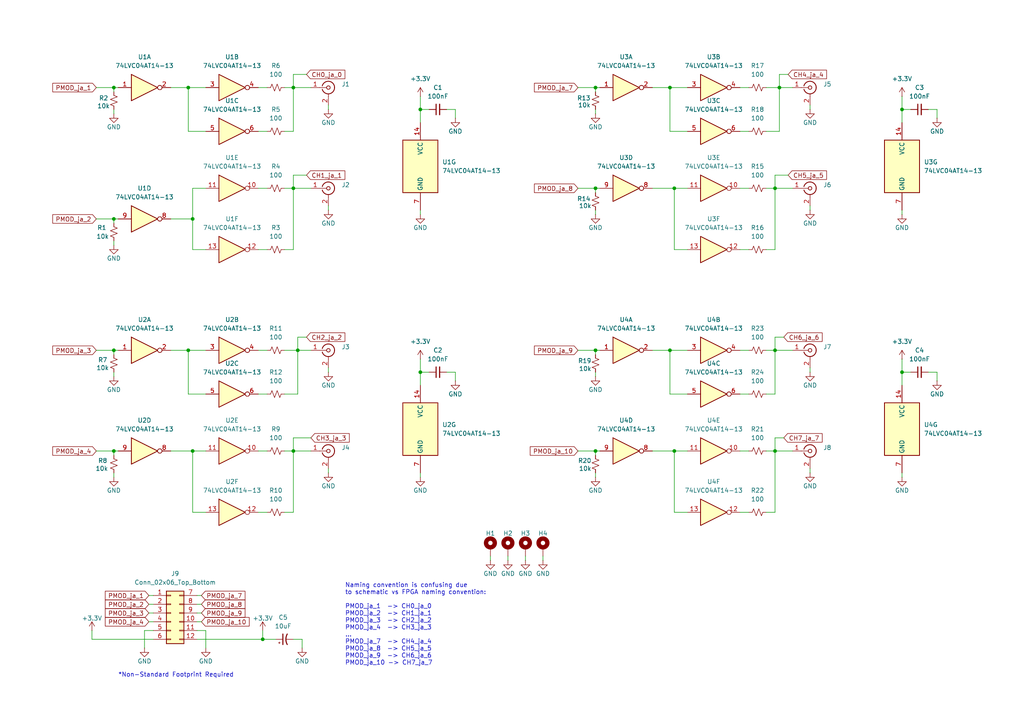
<source format=kicad_sch>
(kicad_sch (version 20231120) (generator "eeschema") (generator_version "8.0")
  (paper "A4")
  (title_block (title "PMOD Buffer") (date "2024-11-25") (rev "v1.0") (company "OpenEPR") (comment 1 "Timothy Keller"))
  (lib_symbols
    (symbol "74xx:74LS04"
      (property "Reference" "U" (at 0 1.27 0))
      (property "Value" "74LS04" (at 0 -1.27 0))
      (symbol "74LS04_1_0"
        (pin input line (at -7.62 0 0) (length 3.81) (name "~") (number "1"))
        (pin output inverted (at 7.62 0 180) (length 3.81) (name "~") (number "2"))
      )
      (symbol "74LS04_2_0"
        (pin input line (at -7.62 0 0) (length 3.81) (name "~") (number "3"))
        (pin output inverted (at 7.62 0 180) (length 3.81) (name "~") (number "4"))
      )
      (symbol "74LS04_3_0"
        (pin input line (at -7.62 0 0) (length 3.81) (name "~") (number "5"))
        (pin output inverted (at 7.62 0 180) (length 3.81) (name "~") (number "6"))
      )
      (symbol "74LS04_4_0"
        (pin output inverted (at 7.62 0 180) (length 3.81) (name "~") (number "8"))
        (pin input line (at -7.62 0 0) (length 3.81) (name "~") (number "9"))
      )
      (symbol "74LS04_5_0"
        (pin output inverted (at 7.62 0 180) (length 3.81) (name "~") (number "10"))
        (pin input line (at -7.62 0 0) (length 3.81) (name "~") (number "11"))
      )
      (symbol "74LS04_6_0"
        (pin output inverted (at 7.62 0 180) (length 3.81) (name "~") (number "12"))
        (pin input line (at -7.62 0 0) (length 3.81) (name "~") (number "13"))
      )
      (symbol "74LS04_7_0"
        (pin power_in line (at 0 12.7 270) (length 5.08) (name "VCC") (number "14"))
        (pin power_in line (at 0 -12.7 90) (length 5.08) (name "GND") (number "7"))
      )
    )
    (symbol "Connector:Conn_Coaxial" (pin_names (offset 1.016) hide)
      (property "Reference" "J" (at 0.254 3.048 0))
      (property "Value" "Conn_Coaxial" (at 2.921 0 90))
      (symbol "Conn_Coaxial_1_1"
        (pin passive line (at -5.08 0 0) (length 2.54) (name "In") (number "1"))
        (pin passive line (at 0 -5.08 90) (length 2.54) (name "Ext") (number "2"))
      )
    )
    (symbol "Connector_Generic:Conn_02x06_Top_Bottom" (pin_names (offset 1.016) hide)
      (property "Reference" "J" (at 1.27 7.62 0))
      (property "Value" "Conn_02x06_Top_Bottom" (at 1.27 -10.16 0))
      (symbol "Conn_02x06_Top_Bottom_1_1"
        (pin passive line (at -5.08 5.08 0) (length 3.81) (name "Pin_1") (number "1"))
        (pin passive line (at 7.62 -2.54 180) (length 3.81) (name "Pin_10") (number "10"))
        (pin passive line (at 7.62 -5.08 180) (length 3.81) (name "Pin_11") (number "11"))
        (pin passive line (at 7.62 -7.62 180) (length 3.81) (name "Pin_12") (number "12"))
        (pin passive line (at -5.08 2.54 0) (length 3.81) (name "Pin_2") (number "2"))
        (pin passive line (at -5.08 0 0) (length 3.81) (name "Pin_3") (number "3"))
        (pin passive line (at -5.08 -2.54 0) (length 3.81) (name "Pin_4") (number "4"))
        (pin passive line (at -5.08 -5.08 0) (length 3.81) (name "Pin_5") (number "5"))
        (pin passive line (at -5.08 -7.62 0) (length 3.81) (name "Pin_6") (number "6"))
        (pin passive line (at 7.62 5.08 180) (length 3.81) (name "Pin_7") (number "7"))
        (pin passive line (at 7.62 2.54 180) (length 3.81) (name "Pin_8") (number "8"))
        (pin passive line (at 7.62 0 180) (length 3.81) (name "Pin_9") (number "9"))
      )
    )
    (symbol "Device:C_Polarized_Small_US" (pin_numbers hide) (pin_names (offset 0.254) hide)
      (property "Reference" "C" (at 0.254 1.778 0))
      (property "Value" "C_Polarized_Small_US" (at 0.254 -2.032 0))
      (symbol "C_Polarized_Small_US_1_1"
        (pin passive line (at 0 2.54 270) (length 2.032) (name "~") (number "1"))
        (pin passive line (at 0 -2.54 90) (length 2.032) (name "~") (number "2"))
      )
    )
    (symbol "Device:C_Small" (pin_numbers hide) (pin_names (offset 0.254) hide)
      (property "Reference" "C" (at 0.254 1.778 0))
      (property "Value" "C_Small" (at 0.254 -2.032 0))
      (symbol "C_Small_1_1"
        (pin passive line (at 0 2.54 270) (length 2.032) (name "~") (number "1"))
        (pin passive line (at 0 -2.54 90) (length 2.032) (name "~") (number "2"))
      )
    )
    (symbol "Device:R_Small_US" (pin_numbers hide) (pin_names (offset 0.254) hide)
      (property "Reference" "R" (at 0.762 0.508 0))
      (property "Value" "R_Small_US" (at 0.762 -1.016 0))
      (symbol "R_Small_US_1_1"
        (pin passive line (at 0 2.54 270) (length 1.016) (name "~") (number "1"))
        (pin passive line (at 0 -2.54 90) (length 1.016) (name "~") (number "2"))
      )
    )
    (symbol "Mechanical:MountingHole_Pad" (pin_numbers hide) (pin_names (offset 1.016) hide) (exclude_from_sim yes) (in_bom no)
      (property "Reference" "H" (at 0 6.35 0))
      (property "Value" "MountingHole_Pad" (at 0 4.445 0))
      (symbol "MountingHole_Pad_1_1"
        (pin input line (at 0 -2.54 90) (length 2.54) (name "1") (number "1"))
      )
    )
    (symbol "power:+3.3V" (power) (pin_numbers hide) (pin_names (offset 0) hide)
      (property "Value" "+3.3V" (at 0 3.556 0))
      (symbol "+3.3V_1_1"
        (pin power_in line (at 0 0 90) (length 0) (name "~") (number "1"))
      )
    )
    (symbol "power:GND" (power) (pin_numbers hide) (pin_names (offset 0) hide)
      (property "Value" "GND" (at 0 -3.81 0))
      (symbol "GND_1_1"
        (pin power_in line (at 0 0 270) (length 0) (name "~") (number "1"))
      )
    )
  )
  (junction (at 194.31 101.6))
  (junction (at 261.62 31.75))
  (junction (at 54.61 101.6))
  (junction (at 33.02 25.4))
  (junction (at 85.09 54.61))
  (junction (at 54.61 25.4))
  (junction (at 172.72 25.4))
  (junction (at 195.58 54.61))
  (junction (at 195.58 130.81))
  (junction (at 172.72 130.81))
  (junction (at 121.92 107.95))
  (junction (at 85.09 25.4))
  (junction (at 33.02 130.81))
  (junction (at 226.06 25.4))
  (junction (at 172.72 101.6))
  (junction (at 194.31 25.4))
  (junction (at 76.2 185.42))
  (junction (at 224.79 130.81))
  (junction (at 121.92 31.75))
  (junction (at 85.09 130.81))
  (junction (at 172.72 54.61))
  (junction (at 55.88 130.81))
  (junction (at 33.02 63.5))
  (junction (at 224.79 54.61))
  (junction (at 224.79 101.6))
  (junction (at 33.02 101.6))
  (junction (at 55.88 63.5))
  (junction (at 86.36 101.6))
  (junction (at 261.62 107.95))
  (wire (pts (xy 132.08 107.95) (xy 132.08 110.49)))
  (wire (pts (xy 214.63 38.1) (xy 217.17 38.1)))
  (wire (pts (xy 194.31 101.6) (xy 199.39 101.6)))
  (wire (pts (xy 167.64 54.61) (xy 172.72 54.61)))
  (wire (pts (xy 85.09 25.4) (xy 85.09 38.1)))
  (wire (pts (xy 234.95 30.48) (xy 234.95 31.75)))
  (wire (pts (xy 152.4 161.29) (xy 152.4 162.56)))
  (wire (pts (xy 55.88 54.61) (xy 55.88 63.5)))
  (wire (pts (xy 172.72 60.96) (xy 172.72 62.23)))
  (wire (pts (xy 271.78 31.75) (xy 271.78 34.29)))
  (wire (pts (xy 90.17 127) (xy 85.09 127)))
  (wire (pts (xy 43.18 180.34) (xy 44.45 180.34)))
  (wire (pts (xy 74.93 101.6) (xy 77.47 101.6)))
  (wire (pts (xy 269.24 107.95) (xy 271.78 107.95)))
  (wire (pts (xy 85.09 21.59) (xy 85.09 25.4)))
  (wire (pts (xy 132.08 31.75) (xy 132.08 34.29)))
  (wire (pts (xy 121.92 60.96) (xy 121.92 62.23)))
  (wire (pts (xy 261.62 107.95) (xy 261.62 111.76)))
  (wire (pts (xy 214.63 130.81) (xy 217.17 130.81)))
  (wire (pts (xy 85.09 50.8) (xy 85.09 54.61)))
  (wire (pts (xy 121.92 137.16) (xy 121.92 138.43)))
  (wire (pts (xy 173.99 130.81) (xy 172.72 130.81)))
  (wire (pts (xy 121.92 104.14) (xy 121.92 107.95)))
  (wire (pts (xy 189.23 130.81) (xy 195.58 130.81)))
  (wire (pts (xy 85.09 54.61) (xy 90.17 54.61)))
  (wire (pts (xy 80.01 185.42) (xy 76.2 185.42)))
  (wire (pts (xy 41.91 182.88) (xy 44.45 182.88)))
  (wire (pts (xy 222.25 101.6) (xy 224.79 101.6)))
  (wire (pts (xy 224.79 54.61) (xy 224.79 72.39)))
  (wire (pts (xy 121.92 31.75) (xy 121.92 35.56)))
  (wire (pts (xy 172.72 137.16) (xy 172.72 138.43)))
  (wire (pts (xy 74.93 130.81) (xy 77.47 130.81)))
  (wire (pts (xy 121.92 107.95) (xy 124.46 107.95)))
  (wire (pts (xy 59.69 38.1) (xy 54.61 38.1)))
  (wire (pts (xy 86.36 101.6) (xy 86.36 114.3)))
  (wire (pts (xy 195.58 54.61) (xy 195.58 72.39)))
  (wire (pts (xy 172.72 25.4) (xy 173.99 25.4)))
  (wire (pts (xy 269.24 31.75) (xy 271.78 31.75)))
  (wire (pts (xy 34.29 130.81) (xy 33.02 130.81)))
  (wire (pts (xy 57.15 180.34) (xy 58.42 180.34)))
  (wire (pts (xy 227.33 97.79) (xy 224.79 97.79)))
  (wire (pts (xy 27.94 25.4) (xy 33.02 25.4)))
  (wire (pts (xy 49.53 101.6) (xy 54.61 101.6)))
  (wire (pts (xy 234.95 135.89) (xy 234.95 137.16)))
  (wire (pts (xy 224.79 127) (xy 224.79 130.81)))
  (wire (pts (xy 95.25 135.89) (xy 95.25 137.16)))
  (wire (pts (xy 74.93 54.61) (xy 77.47 54.61)))
  (wire (pts (xy 27.94 101.6) (xy 33.02 101.6)))
  (wire (pts (xy 222.25 54.61) (xy 224.79 54.61)))
  (wire (pts (xy 59.69 114.3) (xy 54.61 114.3)))
  (wire (pts (xy 147.32 161.29) (xy 147.32 162.56)))
  (wire (pts (xy 82.55 114.3) (xy 86.36 114.3)))
  (wire (pts (xy 88.9 97.79) (xy 86.36 97.79)))
  (wire (pts (xy 86.36 97.79) (xy 86.36 101.6)))
  (wire (pts (xy 82.55 25.4) (xy 85.09 25.4)))
  (wire (pts (xy 226.06 25.4) (xy 226.06 38.1)))
  (wire (pts (xy 85.09 25.4) (xy 90.17 25.4)))
  (wire (pts (xy 74.93 114.3) (xy 77.47 114.3)))
  (wire (pts (xy 43.18 177.8) (xy 44.45 177.8)))
  (wire (pts (xy 55.88 148.59) (xy 59.69 148.59)))
  (wire (pts (xy 172.72 25.4) (xy 172.72 26.67)))
  (wire (pts (xy 224.79 97.79) (xy 224.79 101.6)))
  (wire (pts (xy 224.79 101.6) (xy 229.87 101.6)))
  (wire (pts (xy 214.63 148.59) (xy 217.17 148.59)))
  (wire (pts (xy 26.67 182.88) (xy 26.67 185.42)))
  (wire (pts (xy 33.02 25.4) (xy 33.02 26.67)))
  (wire (pts (xy 129.54 31.75) (xy 132.08 31.75)))
  (wire (pts (xy 34.29 63.5) (xy 33.02 63.5)))
  (wire (pts (xy 222.25 114.3) (xy 224.79 114.3)))
  (wire (pts (xy 199.39 130.81) (xy 195.58 130.81)))
  (wire (pts (xy 227.33 127) (xy 224.79 127)))
  (wire (pts (xy 57.15 177.8) (xy 58.42 177.8)))
  (wire (pts (xy 33.02 101.6) (xy 34.29 101.6)))
  (wire (pts (xy 214.63 54.61) (xy 217.17 54.61)))
  (wire (pts (xy 57.15 172.72) (xy 58.42 172.72)))
  (wire (pts (xy 222.25 130.81) (xy 224.79 130.81)))
  (wire (pts (xy 222.25 148.59) (xy 224.79 148.59)))
  (wire (pts (xy 142.24 161.29) (xy 142.24 162.56)))
  (wire (pts (xy 129.54 107.95) (xy 132.08 107.95)))
  (wire (pts (xy 87.63 185.42) (xy 85.09 185.42)))
  (wire (pts (xy 33.02 101.6) (xy 33.02 102.87)))
  (wire (pts (xy 195.58 148.59) (xy 199.39 148.59)))
  (wire (pts (xy 172.72 107.95) (xy 172.72 109.22)))
  (wire (pts (xy 76.2 185.42) (xy 57.15 185.42)))
  (wire (pts (xy 199.39 54.61) (xy 195.58 54.61)))
  (wire (pts (xy 195.58 130.81) (xy 195.58 148.59)))
  (wire (pts (xy 271.78 107.95) (xy 271.78 110.49)))
  (wire (pts (xy 82.55 72.39) (xy 85.09 72.39)))
  (wire (pts (xy 261.62 27.94) (xy 261.62 31.75)))
  (wire (pts (xy 33.02 25.4) (xy 34.29 25.4)))
  (wire (pts (xy 55.88 130.81) (xy 59.69 130.81)))
  (wire (pts (xy 26.67 185.42) (xy 44.45 185.42)))
  (wire (pts (xy 82.55 38.1) (xy 85.09 38.1)))
  (wire (pts (xy 85.09 127) (xy 85.09 130.81)))
  (wire (pts (xy 76.2 182.88) (xy 76.2 185.42)))
  (wire (pts (xy 222.25 25.4) (xy 226.06 25.4)))
  (wire (pts (xy 261.62 107.95) (xy 264.16 107.95)))
  (wire (pts (xy 261.62 104.14) (xy 261.62 107.95)))
  (wire (pts (xy 261.62 31.75) (xy 264.16 31.75)))
  (wire (pts (xy 88.9 50.8) (xy 85.09 50.8)))
  (wire (pts (xy 33.02 107.95) (xy 33.02 109.22)))
  (wire (pts (xy 54.61 25.4) (xy 54.61 38.1)))
  (wire (pts (xy 82.55 101.6) (xy 86.36 101.6)))
  (wire (pts (xy 189.23 101.6) (xy 194.31 101.6)))
  (wire (pts (xy 214.63 114.3) (xy 217.17 114.3)))
  (wire (pts (xy 224.79 50.8) (xy 224.79 54.61)))
  (wire (pts (xy 194.31 25.4) (xy 199.39 25.4)))
  (wire (pts (xy 261.62 137.16) (xy 261.62 138.43)))
  (wire (pts (xy 189.23 54.61) (xy 195.58 54.61)))
  (wire (pts (xy 226.06 25.4) (xy 229.87 25.4)))
  (wire (pts (xy 49.53 25.4) (xy 54.61 25.4)))
  (wire (pts (xy 33.02 137.16) (xy 33.02 138.43)))
  (wire (pts (xy 74.93 25.4) (xy 77.47 25.4)))
  (wire (pts (xy 82.55 54.61) (xy 85.09 54.61)))
  (wire (pts (xy 226.06 21.59) (xy 226.06 25.4)))
  (wire (pts (xy 43.18 175.26) (xy 44.45 175.26)))
  (wire (pts (xy 199.39 114.3) (xy 194.31 114.3)))
  (wire (pts (xy 54.61 101.6) (xy 59.69 101.6)))
  (wire (pts (xy 88.9 21.59) (xy 85.09 21.59)))
  (wire (pts (xy 172.72 101.6) (xy 172.72 102.87)))
  (wire (pts (xy 167.64 101.6) (xy 172.72 101.6)))
  (wire (pts (xy 33.02 31.75) (xy 33.02 33.02)))
  (wire (pts (xy 59.69 54.61) (xy 55.88 54.61)))
  (wire (pts (xy 85.09 130.81) (xy 85.09 148.59)))
  (wire (pts (xy 172.72 31.75) (xy 172.72 33.02)))
  (wire (pts (xy 224.79 101.6) (xy 224.79 114.3)))
  (wire (pts (xy 49.53 130.81) (xy 55.88 130.81)))
  (wire (pts (xy 27.94 63.5) (xy 33.02 63.5)))
  (wire (pts (xy 121.92 27.94) (xy 121.92 31.75)))
  (wire (pts (xy 224.79 130.81) (xy 224.79 148.59)))
  (wire (pts (xy 86.36 101.6) (xy 90.17 101.6)))
  (wire (pts (xy 33.02 130.81) (xy 33.02 132.08)))
  (wire (pts (xy 82.55 130.81) (xy 85.09 130.81)))
  (wire (pts (xy 199.39 38.1) (xy 194.31 38.1)))
  (wire (pts (xy 172.72 130.81) (xy 172.72 132.08)))
  (wire (pts (xy 54.61 25.4) (xy 59.69 25.4)))
  (wire (pts (xy 57.15 175.26) (xy 58.42 175.26)))
  (wire (pts (xy 27.94 130.81) (xy 33.02 130.81)))
  (wire (pts (xy 57.15 182.88) (xy 59.69 182.88)))
  (wire (pts (xy 224.79 54.61) (xy 229.87 54.61)))
  (wire (pts (xy 234.95 59.69) (xy 234.95 60.96)))
  (wire (pts (xy 228.6 50.8) (xy 224.79 50.8)))
  (wire (pts (xy 33.02 63.5) (xy 33.02 64.77)))
  (wire (pts (xy 95.25 106.68) (xy 95.25 107.95)))
  (wire (pts (xy 172.72 55.88) (xy 172.72 54.61)))
  (wire (pts (xy 261.62 31.75) (xy 261.62 35.56)))
  (wire (pts (xy 261.62 60.96) (xy 261.62 62.23)))
  (wire (pts (xy 194.31 25.4) (xy 194.31 38.1)))
  (wire (pts (xy 55.88 130.81) (xy 55.88 148.59)))
  (wire (pts (xy 85.09 54.61) (xy 85.09 72.39)))
  (wire (pts (xy 214.63 101.6) (xy 217.17 101.6)))
  (wire (pts (xy 224.79 130.81) (xy 229.87 130.81)))
  (wire (pts (xy 54.61 101.6) (xy 54.61 114.3)))
  (wire (pts (xy 167.64 130.81) (xy 172.72 130.81)))
  (wire (pts (xy 55.88 63.5) (xy 55.88 72.39)))
  (wire (pts (xy 195.58 72.39) (xy 199.39 72.39)))
  (wire (pts (xy 173.99 54.61) (xy 172.72 54.61)))
  (wire (pts (xy 74.93 38.1) (xy 77.47 38.1)))
  (wire (pts (xy 59.69 182.88) (xy 59.69 187.96)))
  (wire (pts (xy 167.64 25.4) (xy 172.72 25.4)))
  (wire (pts (xy 74.93 72.39) (xy 77.47 72.39)))
  (wire (pts (xy 189.23 25.4) (xy 194.31 25.4)))
  (wire (pts (xy 157.48 161.29) (xy 157.48 162.56)))
  (wire (pts (xy 55.88 72.39) (xy 59.69 72.39)))
  (wire (pts (xy 95.25 30.48) (xy 95.25 31.75)))
  (wire (pts (xy 95.25 59.69) (xy 95.25 60.96)))
  (wire (pts (xy 214.63 72.39) (xy 217.17 72.39)))
  (wire (pts (xy 43.18 172.72) (xy 44.45 172.72)))
  (wire (pts (xy 172.72 101.6) (xy 173.99 101.6)))
  (wire (pts (xy 121.92 107.95) (xy 121.92 111.76)))
  (wire (pts (xy 121.92 31.75) (xy 124.46 31.75)))
  (wire (pts (xy 85.09 130.81) (xy 90.17 130.81)))
  (wire (pts (xy 194.31 101.6) (xy 194.31 114.3)))
  (wire (pts (xy 33.02 69.85) (xy 33.02 71.12)))
  (wire (pts (xy 214.63 25.4) (xy 217.17 25.4)))
  (wire (pts (xy 74.93 148.59) (xy 77.47 148.59)))
  (wire (pts (xy 228.6 21.59) (xy 226.06 21.59)))
  (wire (pts (xy 87.63 187.96) (xy 87.63 185.42)))
  (wire (pts (xy 49.53 63.5) (xy 55.88 63.5)))
  (wire (pts (xy 234.95 106.68) (xy 234.95 107.95)))
  (wire (pts (xy 222.25 72.39) (xy 224.79 72.39)))
  (wire (pts (xy 82.55 148.59) (xy 85.09 148.59)))
  (wire (pts (xy 41.91 187.96) (xy 41.91 182.88)))
  (wire (pts (xy 222.25 38.1) (xy 226.06 38.1)))
  (text "*Non-Standard Footprint Required" (at 51.054 195.834 0) (effects (font (size 1.27 1.27))))
  (text "Naming convention is confusing due\nto schematic vs FPGA naming convention:\n\nPMOD_ja_1  -> CH0_ja_0\nPMOD_ja_2  -> CH1_ja_1\nPMOD_ja_3  -> CH2_ja_2\nPMOD_ja_4  -> CH3_ja_3\n...\nPMOD_ja_7  -> CH4_ja_4\nPMOD_ja_8  -> CH5_ja_5\nPMOD_ja_9  -> CH6_ja_6\nPMOD_ja_10 -> CH7_ja_7" (at 100.076 181.102 0) (effects (font (size 1.27 1.27)) (justify left)))
  (global_label "CH7_ja_7" (shape input) (at 227.33 127 0) (property "Intersheetrefs" "${INTERSHEET_REFS}" (effects (hide yes))))
  (global_label "CH0_ja_0" (shape input) (at 88.9 21.59 0) (property "Intersheetrefs" "${INTERSHEET_REFS}" (effects (hide yes))))
  (global_label "CH4_ja_4" (shape input) (at 228.6 21.59 0) (property "Intersheetrefs" "${INTERSHEET_REFS}" (effects (hide yes))))
  (global_label "PMOD_ja_2" (shape input) (at 27.94 63.5 180) (property "Intersheetrefs" "${INTERSHEET_REFS}" (effects (hide yes))))
  (global_label "CH2_ja_2" (shape input) (at 88.9 97.79 0) (property "Intersheetrefs" "${INTERSHEET_REFS}" (effects (hide yes))))
  (global_label "PMOD_ja_10" (shape input) (at 58.42 180.34 0) (property "Intersheetrefs" "${INTERSHEET_REFS}" (effects (hide yes))))
  (global_label "PMOD_ja_4" (shape input) (at 27.94 130.81 180) (property "Intersheetrefs" "${INTERSHEET_REFS}" (effects (hide yes))))
  (global_label "PMOD_ja_8" (shape input) (at 167.64 54.61 180) (property "Intersheetrefs" "${INTERSHEET_REFS}" (effects (hide yes))))
  (global_label "CH5_ja_5" (shape input) (at 228.6 50.8 0) (property "Intersheetrefs" "${INTERSHEET_REFS}" (effects (hide yes))))
  (global_label "CH6_ja_6" (shape input) (at 227.33 97.79 0) (property "Intersheetrefs" "${INTERSHEET_REFS}" (effects (hide yes))))
  (global_label "PMOD_ja_8" (shape input) (at 58.42 175.26 0) (property "Intersheetrefs" "${INTERSHEET_REFS}" (effects (hide yes))))
  (global_label "PMOD_ja_7" (shape input) (at 167.64 25.4 180) (property "Intersheetrefs" "${INTERSHEET_REFS}" (effects (hide yes))))
  (global_label "PMOD_ja_4" (shape input) (at 43.18 180.34 180) (property "Intersheetrefs" "${INTERSHEET_REFS}" (effects (hide yes))))
  (global_label "PMOD_ja_9" (shape input) (at 167.64 101.6 180) (property "Intersheetrefs" "${INTERSHEET_REFS}" (effects (hide yes))))
  (global_label "PMOD_ja_10" (shape input) (at 167.64 130.81 180) (property "Intersheetrefs" "${INTERSHEET_REFS}" (effects (hide yes))))
  (global_label "CH3_ja_3" (shape input) (at 90.17 127 0) (property "Intersheetrefs" "${INTERSHEET_REFS}" (effects (hide yes))))
  (global_label "PMOD_ja_2" (shape input) (at 43.18 175.26 180) (property "Intersheetrefs" "${INTERSHEET_REFS}" (effects (hide yes))))
  (global_label "PMOD_ja_1" (shape input) (at 27.94 25.4 180) (property "Intersheetrefs" "${INTERSHEET_REFS}" (effects (hide yes))))
  (global_label "PMOD_ja_7" (shape input) (at 58.42 172.72 0) (property "Intersheetrefs" "${INTERSHEET_REFS}" (effects (hide yes))))
  (global_label "CH1_ja_1" (shape input) (at 88.9 50.8 0) (property "Intersheetrefs" "${INTERSHEET_REFS}" (effects (hide yes))))
  (global_label "PMOD_ja_9" (shape input) (at 58.42 177.8 0) (property "Intersheetrefs" "${INTERSHEET_REFS}" (effects (hide yes))))
  (global_label "PMOD_ja_1" (shape input) (at 43.18 172.72 180) (property "Intersheetrefs" "${INTERSHEET_REFS}" (effects (hide yes))))
  (global_label "PMOD_ja_3" (shape input) (at 27.94 101.6 180) (property "Intersheetrefs" "${INTERSHEET_REFS}" (effects (hide yes))))
  (global_label "PMOD_ja_3" (shape input) (at 43.18 177.8 180) (property "Intersheetrefs" "${INTERSHEET_REFS}" (effects (hide yes))))
  (symbol (lib_id "Device:C_Small") (at 266.7 107.95 90) (unit 1)
    (property "Reference" "C4" (at 266.7063 101.6 90))
    (property "Value" "100nF" (at 266.7063 104.14 90))
    (property "Footprint" "Capacitor_SMD:C_0805_2012Metric" (effects (hide yes)))
    (property "Description" "Unpolarized capacitor, small symbol" (effects (hide yes)))
  )
  (symbol (lib_id "74xx:74LS04") (at 207.01 54.61 0) (unit 5)
    (property "Reference" "U3" (at 207.01 45.72 0))
    (property "Value" "74LVC04AT14-13" (at 207.01 48.26 0))
    (property "Footprint" "Package_SO:TSSOP-14_4.4x5mm_P0.65mm" (effects (hide yes)))
    (property "Datasheet" "http://www.ti.com/lit/gpn/sn74LS04" (effects (hide yes)))
    (property "Description" "Hex Inverter" (effects (hide yes)))
  )
  (symbol (lib_id "Device:R_Small_US") (at 219.71 114.3 90) (unit 1)
    (property "Reference" "R24" (at 219.71 107.95 90))
    (property "Value" "100" (at 219.71 110.49 90))
    (property "Footprint" "Resistor_SMD:R_0805_2012Metric" (effects (hide yes)))
    (property "Description" "Resistor, small US symbol" (effects (hide yes)))
  )
  (symbol (lib_id "74xx:74LS04") (at 67.31 54.61 0) (unit 5)
    (property "Reference" "U1" (at 67.31 45.72 0))
    (property "Value" "74LVC04AT14-13" (at 67.31 48.26 0))
    (property "Footprint" "Package_SO:TSSOP-14_4.4x5mm_P0.65mm" (effects (hide yes)))
    (property "Datasheet" "http://www.ti.com/lit/gpn/sn74LS04" (effects (hide yes)))
    (property "Description" "Hex Inverter" (effects (hide yes)))
  )
  (symbol (lib_id "74xx:74LS04") (at 67.31 114.3 0) (unit 3)
    (property "Reference" "U2" (at 67.31 105.41 0))
    (property "Value" "74LVC04AT14-13" (at 67.31 107.95 0))
    (property "Footprint" "Package_SO:TSSOP-14_4.4x5mm_P0.65mm" (effects (hide yes)))
    (property "Datasheet" "http://www.ti.com/lit/gpn/sn74LS04" (effects (hide yes)))
    (property "Description" "Hex Inverter" (effects (hide yes)))
  )
  (symbol (lib_id "power:GND") (at 234.95 107.95 0) (unit 1)
    (property "Reference" "#PWR024" (effects (hide yes)))
    (property "Value" "GND" (at 234.95 111.76 0))
    (property "Description" "Power symbol creates a global label with name \"GND\" , ground" (effects (hide yes)))
  )
  (symbol (lib_id "74xx:74LS04") (at 207.01 101.6 0) (unit 2)
    (property "Reference" "U4" (at 207.01 92.71 0))
    (property "Value" "74LVC04AT14-13" (at 207.01 95.25 0))
    (property "Footprint" "Package_SO:TSSOP-14_4.4x5mm_P0.65mm" (effects (hide yes)))
    (property "Datasheet" "http://www.ti.com/lit/gpn/sn74LS04" (effects (hide yes)))
    (property "Description" "Hex Inverter" (effects (hide yes)))
  )
  (symbol (lib_id "Connector:Conn_Coaxial") (at 234.95 101.6 0) (unit 1)
    (property "Reference" "J7" (at 238.76 100.6231 0) (effects (justify left)))
    (property "Value" "Conn_Coaxial" (effects (hide yes)))
    (property "Footprint" "Connector_Coaxial:SMA_Amphenol_132291_Vertical" (effects (hide yes)))
    (property "Description" "coaxial connector (BNC, SMA, SMB, SMC, Cinch/RCA, LEMO, ...)" (effects (hide yes)))
    (property "Digikey" "2057-RF2-152-T-00-50-G-HDW-ND" (effects (hide yes)))
  )
  (symbol (lib_id "Device:R_Small_US") (at 172.72 58.42 0) (unit 1)
    (property "Reference" "R14" (at 167.386 57.658 0) (effects (justify left)))
    (property "Value" "10k" (at 167.894 59.69 0) (effects (justify left)))
    (property "Footprint" "Resistor_SMD:R_0805_2012Metric" (effects (hide yes)))
    (property "Description" "Resistor, small US symbol" (effects (hide yes)))
  )
  (symbol (lib_id "power:GND") (at 95.25 31.75 0) (unit 1)
    (property "Reference" "#PWR04" (effects (hide yes)))
    (property "Value" "GND" (at 95.25 35.56 0))
    (property "Description" "Power symbol creates a global label with name \"GND\" , ground" (effects (hide yes)))
  )
  (symbol (lib_id "74xx:74LS04") (at 41.91 63.5 0) (unit 4)
    (property "Reference" "U1" (at 41.91 54.61 0))
    (property "Value" "74LVC04AT14-13" (at 41.91 57.15 0))
    (property "Footprint" "Package_SO:TSSOP-14_4.4x5mm_P0.65mm" (effects (hide yes)))
    (property "Datasheet" "http://www.ti.com/lit/gpn/sn74LS04" (effects (hide yes)))
    (property "Description" "Hex Inverter" (effects (hide yes)))
  )
  (symbol (lib_id "power:+3.3V") (at 261.62 27.94 0) (unit 1)
    (property "Reference" "#PWR019" (effects (hide yes)))
    (property "Value" "+3.3V" (at 261.62 22.86 0))
    (property "Description" "Power symbol creates a global label with name \"+3.3V\"" (effects (hide yes)))
  )
  (symbol (lib_id "Device:R_Small_US") (at 219.71 54.61 90) (unit 1)
    (property "Reference" "R15" (at 219.71 48.26 90))
    (property "Value" "100" (at 219.71 50.8 90))
    (property "Footprint" "Resistor_SMD:R_0805_2012Metric" (effects (hide yes)))
    (property "Description" "Resistor, small US symbol" (effects (hide yes)))
  )
  (symbol (lib_id "Connector:Conn_Coaxial") (at 95.25 54.61 0) (unit 1)
    (property "Reference" "J2" (at 99.06 53.6331 0) (effects (justify left)))
    (property "Value" "Conn_Coaxial" (effects (hide yes)))
    (property "Footprint" "Connector_Coaxial:SMA_Amphenol_132291_Vertical" (effects (hide yes)))
    (property "Description" "coaxial connector (BNC, SMA, SMB, SMC, Cinch/RCA, LEMO, ...)" (effects (hide yes)))
    (property "Digikey" "2057-RF2-152-T-00-50-G-HDW-ND" (effects (hide yes)))
  )
  (symbol (lib_id "Device:R_Small_US") (at 219.71 25.4 90) (unit 1)
    (property "Reference" "R17" (at 219.71 19.05 90))
    (property "Value" "100" (at 219.71 21.59 90))
    (property "Footprint" "Resistor_SMD:R_0805_2012Metric" (effects (hide yes)))
    (property "Description" "Resistor, small US symbol" (effects (hide yes)))
  )
  (symbol (lib_id "power:+3.3V") (at 121.92 104.14 0) (unit 1)
    (property "Reference" "#PWR012" (effects (hide yes)))
    (property "Value" "+3.3V" (at 121.92 99.06 0))
    (property "Description" "Power symbol creates a global label with name \"+3.3V\"" (effects (hide yes)))
  )
  (symbol (lib_id "Connector_Generic:Conn_02x06_Top_Bottom") (at 49.53 177.8 0) (unit 1)
    (property "Reference" "J9" (at 50.8 166.37 0))
    (property "Value" "Conn_02x06_Top_Bottom" (at 50.8 168.91 0))
    (property "Footprint" "_tim-Headers:PMOD_PinHeader_2x06_P2.54mm_Vertical" (effects (hide yes)))
    (property "Description" "Generic connector, double row, 02x06, top/bottom pin numbering scheme (row 1: 1...pins_per_row, row2: pins_per_row+1 ... num_pins), script generated (kicad-library-utils/schlib/autogen/connector/)" (effects (hide yes)))
  )
  (symbol (lib_id "Device:R_Small_US") (at 33.02 134.62 0) (unit 1)
    (property "Reference" "R8" (at 28.448 133.604 0) (effects (justify left)))
    (property "Value" "10k" (at 27.686 135.89 0) (effects (justify left)))
    (property "Footprint" "Resistor_SMD:R_0805_2012Metric" (effects (hide yes)))
    (property "Description" "Resistor, small US symbol" (effects (hide yes)))
  )
  (symbol (lib_id "Device:R_Small_US") (at 80.01 25.4 90) (unit 1)
    (property "Reference" "R6" (at 80.01 19.05 90))
    (property "Value" "100" (at 80.01 21.59 90))
    (property "Footprint" "Resistor_SMD:R_0805_2012Metric" (effects (hide yes)))
    (property "Description" "Resistor, small US symbol" (effects (hide yes)))
  )
  (symbol (lib_id "power:+3.3V") (at 26.67 182.88 0) (unit 1)
    (property "Reference" "#PWR029" (effects (hide yes)))
    (property "Value" "+3.3V" (at 26.67 179.324 0))
    (property "Description" "Power symbol creates a global label with name \"+3.3V\"" (effects (hide yes)))
  )
  (symbol (lib_id "Connector:Conn_Coaxial") (at 234.95 25.4 0) (unit 1)
    (property "Reference" "J5" (at 238.76 24.4231 0) (effects (justify left)))
    (property "Value" "Conn_Coaxial" (effects (hide yes)))
    (property "Footprint" "Connector_Coaxial:SMA_Amphenol_132291_Vertical" (effects (hide yes)))
    (property "Description" "coaxial connector (BNC, SMA, SMB, SMC, Cinch/RCA, LEMO, ...)" (effects (hide yes)))
    (property "Digikey" "2057-RF2-152-T-00-50-G-HDW-ND" (effects (hide yes)))
  )
  (symbol (lib_id "74xx:74LS04") (at 207.01 114.3 0) (unit 3)
    (property "Reference" "U4" (at 207.01 105.41 0))
    (property "Value" "74LVC04AT14-13" (at 207.01 107.95 0))
    (property "Footprint" "Package_SO:TSSOP-14_4.4x5mm_P0.65mm" (effects (hide yes)))
    (property "Datasheet" "http://www.ti.com/lit/gpn/sn74LS04" (effects (hide yes)))
    (property "Description" "Hex Inverter" (effects (hide yes)))
  )
  (symbol (lib_id "74xx:74LS04") (at 181.61 54.61 0) (unit 4)
    (property "Reference" "U3" (at 181.61 45.72 0))
    (property "Value" "74LVC04AT14-13" (at 181.61 48.26 0))
    (property "Footprint" "Package_SO:TSSOP-14_4.4x5mm_P0.65mm" (effects (hide yes)))
    (property "Datasheet" "http://www.ti.com/lit/gpn/sn74LS04" (effects (hide yes)))
    (property "Description" "Hex Inverter" (effects (hide yes)))
  )
  (symbol (lib_id "Connector:Conn_Coaxial") (at 234.95 54.61 0) (unit 1)
    (property "Reference" "J6" (at 238.76 53.6331 0) (effects (justify left)))
    (property "Value" "Conn_Coaxial" (effects (hide yes)))
    (property "Footprint" "Connector_Coaxial:SMA_Amphenol_132291_Vertical" (effects (hide yes)))
    (property "Description" "coaxial connector (BNC, SMA, SMB, SMC, Cinch/RCA, LEMO, ...)" (effects (hide yes)))
    (property "Digikey" "2057-RF2-152-T-00-50-G-HDW-ND" (effects (hide yes)))
  )
  (symbol (lib_id "Device:R_Small_US") (at 219.71 130.81 90) (unit 1)
    (property "Reference" "R21" (at 219.71 124.46 90))
    (property "Value" "100" (at 219.71 127 90))
    (property "Footprint" "Resistor_SMD:R_0805_2012Metric" (effects (hide yes)))
    (property "Description" "Resistor, small US symbol" (effects (hide yes)))
  )
  (symbol (lib_id "power:GND") (at 234.95 60.96 0) (unit 1)
    (property "Reference" "#PWR018" (effects (hide yes)))
    (property "Value" "GND" (at 234.95 64.77 0))
    (property "Description" "Power symbol creates a global label with name \"GND\" , ground" (effects (hide yes)))
  )
  (symbol (lib_id "Device:R_Small_US") (at 172.72 134.62 0) (unit 1)
    (property "Reference" "R20" (at 167.64 133.604 0) (effects (justify left)))
    (property "Value" "10k" (at 167.894 135.89 0) (effects (justify left)))
    (property "Footprint" "Resistor_SMD:R_0805_2012Metric" (effects (hide yes)))
    (property "Description" "Resistor, small US symbol" (effects (hide yes)))
  )
  (symbol (lib_id "power:GND") (at 95.25 107.95 0) (unit 1)
    (property "Reference" "#PWR010" (effects (hide yes)))
    (property "Value" "GND" (at 95.25 111.76 0))
    (property "Description" "Power symbol creates a global label with name \"GND\" , ground" (effects (hide yes)))
  )
  (symbol (lib_id "power:GND") (at 121.92 138.43 0) (unit 1)
    (property "Reference" "#PWR013" (effects (hide yes)))
    (property "Value" "GND" (at 121.92 142.24 0))
    (property "Description" "Power symbol creates a global label with name \"GND\" , ground" (effects (hide yes)))
  )
  (symbol (lib_id "74xx:74LS04") (at 67.31 72.39 0) (unit 6)
    (property "Reference" "U1" (at 67.31 63.5 0))
    (property "Value" "74LVC04AT14-13" (at 67.31 66.04 0))
    (property "Footprint" "Package_SO:TSSOP-14_4.4x5mm_P0.65mm" (effects (hide yes)))
    (property "Datasheet" "http://www.ti.com/lit/gpn/sn74LS04" (effects (hide yes)))
    (property "Description" "Hex Inverter" (effects (hide yes)))
  )
  (symbol (lib_id "Device:R_Small_US") (at 80.01 72.39 90) (unit 1)
    (property "Reference" "R3" (at 80.01 66.04 90))
    (property "Value" "100" (at 80.01 68.58 90))
    (property "Footprint" "Resistor_SMD:R_0805_2012Metric" (effects (hide yes)))
    (property "Description" "Resistor, small US symbol" (effects (hide yes)))
  )
  (symbol (lib_id "Mechanical:MountingHole_Pad") (at 142.24 158.75 0) (unit 1) (exclude_from_sim yes) (in_bom no)
    (property "Reference" "H1" (at 142.24 154.686 0))
    (property "Value" "MountingHole_Pad" (effects (hide yes)))
    (property "Footprint" "_tim-Mounting-Holes:4-40_Hole_Pad" (effects (hide yes)))
    (property "Description" "Mounting Hole with connection" (effects (hide yes)))
  )
  (symbol (lib_id "Device:R_Small_US") (at 33.02 29.21 0) (unit 1)
    (property "Reference" "R2" (at 28.702 28.448 0) (effects (justify left)))
    (property "Value" "10k" (at 28.194 30.734 0) (effects (justify left)))
    (property "Footprint" "Resistor_SMD:R_0805_2012Metric" (effects (hide yes)))
    (property "Description" "Resistor, small US symbol" (effects (hide yes)))
  )
  (symbol (lib_id "power:GND") (at 152.4 162.56 0) (unit 1)
    (property "Reference" "#PWR036" (effects (hide yes)))
    (property "Value" "GND" (at 152.4 166.37 0))
    (property "Description" "Power symbol creates a global label with name \"GND\" , ground" (effects (hide yes)))
  )
  (symbol (lib_id "power:GND") (at 59.69 187.96 0) (unit 1)
    (property "Reference" "#PWR032" (effects (hide yes)))
    (property "Value" "GND" (at 59.69 191.77 0))
    (property "Description" "Power symbol creates a global label with name \"GND\" , ground" (effects (hide yes)))
  )
  (symbol (lib_id "74xx:74LS04") (at 41.91 101.6 0) (unit 1)
    (property "Reference" "U2" (at 41.91 92.71 0))
    (property "Value" "74LVC04AT14-13" (at 41.91 95.25 0))
    (property "Footprint" "Package_SO:TSSOP-14_4.4x5mm_P0.65mm" (effects (hide yes)))
    (property "Datasheet" "http://www.ti.com/lit/gpn/sn74LS04" (effects (hide yes)))
    (property "Description" "Hex Inverter" (effects (hide yes)))
  )
  (symbol (lib_id "Device:C_Small") (at 266.7 31.75 90) (unit 1)
    (property "Reference" "C3" (at 266.7063 25.4 90))
    (property "Value" "100nF" (at 266.7063 27.94 90))
    (property "Footprint" "Capacitor_SMD:C_0805_2012Metric" (effects (hide yes)))
    (property "Description" "Unpolarized capacitor, small symbol" (effects (hide yes)))
  )
  (symbol (lib_id "power:GND") (at 41.91 187.96 0) (unit 1)
    (property "Reference" "#PWR031" (effects (hide yes)))
    (property "Value" "GND" (at 41.91 191.77 0))
    (property "Description" "Power symbol creates a global label with name \"GND\" , ground" (effects (hide yes)))
  )
  (symbol (lib_id "Device:R_Small_US") (at 80.01 38.1 90) (unit 1)
    (property "Reference" "R5" (at 80.01 31.75 90))
    (property "Value" "100" (at 80.01 34.29 90))
    (property "Footprint" "Resistor_SMD:R_0805_2012Metric" (effects (hide yes)))
    (property "Description" "Resistor, small US symbol" (effects (hide yes)))
  )
  (symbol (lib_id "power:GND") (at 172.72 62.23 0) (unit 1)
    (property "Reference" "#PWR016" (effects (hide yes)))
    (property "Value" "GND" (at 172.72 66.04 0))
    (property "Description" "Power symbol creates a global label with name \"GND\" , ground" (effects (hide yes)))
  )
  (symbol (lib_id "74xx:74LS04") (at 41.91 25.4 0) (unit 1)
    (property "Reference" "U1" (at 41.91 16.51 0))
    (property "Value" "74LVC04AT14-13" (at 41.91 19.05 0))
    (property "Footprint" "Package_SO:TSSOP-14_4.4x5mm_P0.65mm" (effects (hide yes)))
    (property "Datasheet" "http://www.ti.com/lit/gpn/sn74LS04" (effects (hide yes)))
    (property "Description" "Hex Inverter" (effects (hide yes)))
  )
  (symbol (lib_id "74xx:74LS04") (at 207.01 148.59 0) (unit 6)
    (property "Reference" "U4" (at 207.01 139.7 0))
    (property "Value" "74LVC04AT14-13" (at 207.01 142.24 0))
    (property "Footprint" "Package_SO:TSSOP-14_4.4x5mm_P0.65mm" (effects (hide yes)))
    (property "Datasheet" "http://www.ti.com/lit/gpn/sn74LS04" (effects (hide yes)))
    (property "Description" "Hex Inverter" (effects (hide yes)))
  )
  (symbol (lib_id "74xx:74LS04") (at 181.61 130.81 0) (unit 4)
    (property "Reference" "U4" (at 181.61 121.92 0))
    (property "Value" "74LVC04AT14-13" (at 181.61 124.46 0))
    (property "Footprint" "Package_SO:TSSOP-14_4.4x5mm_P0.65mm" (effects (hide yes)))
    (property "Datasheet" "http://www.ti.com/lit/gpn/sn74LS04" (effects (hide yes)))
    (property "Description" "Hex Inverter" (effects (hide yes)))
  )
  (symbol (lib_id "power:GND") (at 95.25 137.16 0) (unit 1)
    (property "Reference" "#PWR011" (effects (hide yes)))
    (property "Value" "GND" (at 95.25 140.97 0))
    (property "Description" "Power symbol creates a global label with name \"GND\" , ground" (effects (hide yes)))
  )
  (symbol (lib_id "power:GND") (at 33.02 71.12 0) (unit 1)
    (property "Reference" "#PWR01" (effects (hide yes)))
    (property "Value" "GND" (at 33.02 74.93 0))
    (property "Description" "Power symbol creates a global label with name \"GND\" , ground" (effects (hide yes)))
  )
  (symbol (lib_id "power:GND") (at 172.72 109.22 0) (unit 1)
    (property "Reference" "#PWR022" (effects (hide yes)))
    (property "Value" "GND" (at 172.72 113.03 0))
    (property "Description" "Power symbol creates a global label with name \"GND\" , ground" (effects (hide yes)))
  )
  (symbol (lib_id "74xx:74LS04") (at 67.31 101.6 0) (unit 2)
    (property "Reference" "U2" (at 67.31 92.71 0))
    (property "Value" "74LVC04AT14-13" (at 67.31 95.25 0))
    (property "Footprint" "Package_SO:TSSOP-14_4.4x5mm_P0.65mm" (effects (hide yes)))
    (property "Datasheet" "http://www.ti.com/lit/gpn/sn74LS04" (effects (hide yes)))
    (property "Description" "Hex Inverter" (effects (hide yes)))
  )
  (symbol (lib_id "Device:R_Small_US") (at 80.01 114.3 90) (unit 1)
    (property "Reference" "R12" (at 80.01 107.95 90))
    (property "Value" "100" (at 80.01 110.49 90))
    (property "Footprint" "Resistor_SMD:R_0805_2012Metric" (effects (hide yes)))
    (property "Description" "Resistor, small US symbol" (effects (hide yes)))
  )
  (symbol (lib_id "power:GND") (at 172.72 33.02 0) (unit 1)
    (property "Reference" "#PWR015" (effects (hide yes)))
    (property "Value" "GND" (at 172.72 36.83 0))
    (property "Description" "Power symbol creates a global label with name \"GND\" , ground" (effects (hide yes)))
  )
  (symbol (lib_id "Device:R_Small_US") (at 80.01 130.81 90) (unit 1)
    (property "Reference" "R9" (at 80.01 124.46 90))
    (property "Value" "100" (at 80.01 127 90))
    (property "Footprint" "Resistor_SMD:R_0805_2012Metric" (effects (hide yes)))
    (property "Description" "Resistor, small US symbol" (effects (hide yes)))
  )
  (symbol (lib_id "Device:R_Small_US") (at 33.02 67.31 0) (unit 1)
    (property "Reference" "R1" (at 28.194 66.04 0) (effects (justify left)))
    (property "Value" "10k" (at 27.94 68.58 0) (effects (justify left)))
    (property "Footprint" "Resistor_SMD:R_0805_2012Metric" (effects (hide yes)))
    (property "Description" "Resistor, small US symbol" (effects (hide yes)))
  )
  (symbol (lib_id "power:GND") (at 33.02 109.22 0) (unit 1)
    (property "Reference" "#PWR08" (effects (hide yes)))
    (property "Value" "GND" (at 33.02 113.03 0))
    (property "Description" "Power symbol creates a global label with name \"GND\" , ground" (effects (hide yes)))
  )
  (symbol (lib_id "Mechanical:MountingHole_Pad") (at 147.32 158.75 0) (unit 1) (exclude_from_sim yes) (in_bom no)
    (property "Reference" "H2" (at 147.32 154.686 0))
    (property "Value" "MountingHole_Pad" (effects (hide yes)))
    (property "Footprint" "_tim-Mounting-Holes:4-40_Hole_Pad" (effects (hide yes)))
    (property "Description" "Mounting Hole with connection" (effects (hide yes)))
  )
  (symbol (lib_id "power:GND") (at 142.24 162.56 0) (unit 1)
    (property "Reference" "#PWR034" (effects (hide yes)))
    (property "Value" "GND" (at 142.24 166.37 0))
    (property "Description" "Power symbol creates a global label with name \"GND\" , ground" (effects (hide yes)))
  )
  (symbol (lib_id "power:+3.3V") (at 121.92 27.94 0) (unit 1)
    (property "Reference" "#PWR07" (effects (hide yes)))
    (property "Value" "+3.3V" (at 121.92 22.86 0))
    (property "Description" "Power symbol creates a global label with name \"+3.3V\"" (effects (hide yes)))
  )
  (symbol (lib_id "power:GND") (at 172.72 138.43 0) (unit 1)
    (property "Reference" "#PWR023" (effects (hide yes)))
    (property "Value" "GND" (at 172.72 142.24 0))
    (property "Description" "Power symbol creates a global label with name \"GND\" , ground" (effects (hide yes)))
  )
  (symbol (lib_id "power:GND") (at 132.08 110.49 0) (unit 1)
    (property "Reference" "#PWR014" (effects (hide yes)))
    (property "Value" "GND" (at 132.08 114.3 0))
    (property "Description" "Power symbol creates a global label with name \"GND\" , ground" (effects (hide yes)))
  )
  (symbol (lib_id "power:GND") (at 95.25 60.96 0) (unit 1)
    (property "Reference" "#PWR03" (effects (hide yes)))
    (property "Value" "GND" (at 95.25 64.77 0))
    (property "Description" "Power symbol creates a global label with name \"GND\" , ground" (effects (hide yes)))
  )
  (symbol (lib_id "power:GND") (at 33.02 33.02 0) (unit 1)
    (property "Reference" "#PWR02" (effects (hide yes)))
    (property "Value" "GND" (at 33.02 36.83 0))
    (property "Description" "Power symbol creates a global label with name \"GND\" , ground" (effects (hide yes)))
  )
  (symbol (lib_id "Device:R_Small_US") (at 172.72 105.41 0) (unit 1)
    (property "Reference" "R19" (at 167.64 104.648 0) (effects (justify left)))
    (property "Value" "10k" (at 167.894 106.934 0) (effects (justify left)))
    (property "Footprint" "Resistor_SMD:R_0805_2012Metric" (effects (hide yes)))
    (property "Description" "Resistor, small US symbol" (effects (hide yes)))
  )
  (symbol (lib_id "Device:R_Small_US") (at 219.71 38.1 90) (unit 1)
    (property "Reference" "R18" (at 219.71 31.75 90))
    (property "Value" "100" (at 219.71 34.29 90))
    (property "Footprint" "Resistor_SMD:R_0805_2012Metric" (effects (hide yes)))
    (property "Description" "Resistor, small US symbol" (effects (hide yes)))
  )
  (symbol (lib_id "Device:R_Small_US") (at 219.71 148.59 90) (unit 1)
    (property "Reference" "R22" (at 219.71 142.24 90))
    (property "Value" "100" (at 219.71 144.78 90))
    (property "Footprint" "Resistor_SMD:R_0805_2012Metric" (effects (hide yes)))
    (property "Description" "Resistor, small US symbol" (effects (hide yes)))
  )
  (symbol (lib_id "power:GND") (at 132.08 34.29 0) (unit 1)
    (property "Reference" "#PWR06" (effects (hide yes)))
    (property "Value" "GND" (at 132.08 38.1 0))
    (property "Description" "Power symbol creates a global label with name \"GND\" , ground" (effects (hide yes)))
  )
  (symbol (lib_id "Device:C_Polarized_Small_US") (at 82.55 185.42 90) (unit 1)
    (property "Reference" "C5" (at 82.1182 179.07 90))
    (property "Value" "10uF" (at 82.1182 181.61 90))
    (property "Footprint" "Capacitor_SMD:C_0805_2012Metric" (effects (hide yes)))
    (property "Description" "Polarized capacitor, small US symbol" (effects (hide yes)))
  )
  (symbol (lib_id "power:GND") (at 271.78 34.29 0) (unit 1)
    (property "Reference" "#PWR021" (effects (hide yes)))
    (property "Value" "GND" (at 271.78 38.1 0))
    (property "Description" "Power symbol creates a global label with name \"GND\" , ground" (effects (hide yes)))
  )
  (symbol (lib_id "74xx:74LS04") (at 67.31 38.1 0) (unit 3)
    (property "Reference" "U1" (at 67.31 29.21 0))
    (property "Value" "74LVC04AT14-13" (at 67.31 31.75 0))
    (property "Footprint" "Package_SO:TSSOP-14_4.4x5mm_P0.65mm" (effects (hide yes)))
    (property "Datasheet" "http://www.ti.com/lit/gpn/sn74LS04" (effects (hide yes)))
    (property "Description" "Hex Inverter" (effects (hide yes)))
  )
  (symbol (lib_id "Device:R_Small_US") (at 80.01 148.59 90) (unit 1)
    (property "Reference" "R10" (at 80.01 142.24 90))
    (property "Value" "100" (at 80.01 144.78 90))
    (property "Footprint" "Resistor_SMD:R_0805_2012Metric" (effects (hide yes)))
    (property "Description" "Resistor, small US symbol" (effects (hide yes)))
  )
  (symbol (lib_id "power:GND") (at 261.62 62.23 0) (unit 1)
    (property "Reference" "#PWR020" (effects (hide yes)))
    (property "Value" "GND" (at 261.62 66.04 0))
    (property "Description" "Power symbol creates a global label with name \"GND\" , ground" (effects (hide yes)))
  )
  (symbol (lib_id "Connector:Conn_Coaxial") (at 95.25 25.4 0) (unit 1)
    (property "Reference" "J1" (at 99.06 24.4231 0) (effects (justify left)))
    (property "Value" "Conn_Coaxial" (effects (hide yes)))
    (property "Footprint" "Connector_Coaxial:SMA_Amphenol_132291_Vertical" (effects (hide yes)))
    (property "Description" "coaxial connector (BNC, SMA, SMB, SMC, Cinch/RCA, LEMO, ...)" (effects (hide yes)))
    (property "Digikey" "2057-RF2-152-T-00-50-G-HDW-ND" (effects (hide yes)))
  )
  (symbol (lib_id "74xx:74LS04") (at 207.01 25.4 0) (unit 2)
    (property "Reference" "U3" (at 207.01 16.51 0))
    (property "Value" "74LVC04AT14-13" (at 207.01 19.05 0))
    (property "Footprint" "Package_SO:TSSOP-14_4.4x5mm_P0.65mm" (effects (hide yes)))
    (property "Datasheet" "http://www.ti.com/lit/gpn/sn74LS04" (effects (hide yes)))
    (property "Description" "Hex Inverter" (effects (hide yes)))
  )
  (symbol (lib_id "power:GND") (at 261.62 138.43 0) (unit 1)
    (property "Reference" "#PWR027" (effects (hide yes)))
    (property "Value" "GND" (at 261.62 142.24 0))
    (property "Description" "Power symbol creates a global label with name \"GND\" , ground" (effects (hide yes)))
  )
  (symbol (lib_id "power:GND") (at 147.32 162.56 0) (unit 1)
    (property "Reference" "#PWR035" (effects (hide yes)))
    (property "Value" "GND" (at 147.32 166.37 0))
    (property "Description" "Power symbol creates a global label with name \"GND\" , ground" (effects (hide yes)))
  )
  (symbol (lib_id "Connector:Conn_Coaxial") (at 234.95 130.81 0) (unit 1)
    (property "Reference" "J8" (at 238.76 129.8331 0) (effects (justify left)))
    (property "Value" "Conn_Coaxial" (effects (hide yes)))
    (property "Footprint" "Connector_Coaxial:SMA_Amphenol_132291_Vertical" (effects (hide yes)))
    (property "Description" "coaxial connector (BNC, SMA, SMB, SMC, Cinch/RCA, LEMO, ...)" (effects (hide yes)))
    (property "Digikey" "2057-RF2-152-T-00-50-G-HDW-ND" (effects (hide yes)))
  )
  (symbol (lib_id "power:+3.3V") (at 261.62 104.14 0) (unit 1)
    (property "Reference" "#PWR026" (effects (hide yes)))
    (property "Value" "+3.3V" (at 261.62 99.06 0))
    (property "Description" "Power symbol creates a global label with name \"+3.3V\"" (effects (hide yes)))
  )
  (symbol (lib_id "74xx:74LS04") (at 207.01 38.1 0) (unit 3)
    (property "Reference" "U3" (at 207.01 29.21 0))
    (property "Value" "74LVC04AT14-13" (at 207.01 31.75 0))
    (property "Footprint" "Package_SO:TSSOP-14_4.4x5mm_P0.65mm" (effects (hide yes)))
    (property "Datasheet" "http://www.ti.com/lit/gpn/sn74LS04" (effects (hide yes)))
    (property "Description" "Hex Inverter" (effects (hide yes)))
  )
  (symbol (lib_id "Device:C_Small") (at 127 107.95 90) (unit 1)
    (property "Reference" "C2" (at 127.0063 101.6 90))
    (property "Value" "100nF" (at 127.0063 104.14 90))
    (property "Footprint" "Capacitor_SMD:C_0805_2012Metric" (effects (hide yes)))
    (property "Description" "Unpolarized capacitor, small symbol" (effects (hide yes)))
  )
  (symbol (lib_id "Device:R_Small_US") (at 80.01 101.6 90) (unit 1)
    (property "Reference" "R11" (at 80.01 95.25 90))
    (property "Value" "100" (at 80.01 97.79 90))
    (property "Footprint" "Resistor_SMD:R_0805_2012Metric" (effects (hide yes)))
    (property "Description" "Resistor, small US symbol" (effects (hide yes)))
  )
  (symbol (lib_id "power:GND") (at 121.92 62.23 0) (unit 1)
    (property "Reference" "#PWR05" (effects (hide yes)))
    (property "Value" "GND" (at 121.92 66.04 0))
    (property "Description" "Power symbol creates a global label with name \"GND\" , ground" (effects (hide yes)))
  )
  (symbol (lib_id "Mechanical:MountingHole_Pad") (at 157.48 158.75 0) (unit 1) (exclude_from_sim yes) (in_bom no)
    (property "Reference" "H4" (at 157.48 154.686 0))
    (property "Value" "MountingHole_Pad" (effects (hide yes)))
    (property "Footprint" "_tim-Mounting-Holes:4-40_Hole_Pad" (effects (hide yes)))
    (property "Description" "Mounting Hole with connection" (effects (hide yes)))
  )
  (symbol (lib_id "Connector:Conn_Coaxial") (at 95.25 130.81 0) (unit 1)
    (property "Reference" "J4" (at 99.06 129.8331 0) (effects (justify left)))
    (property "Value" "Conn_Coaxial" (effects (hide yes)))
    (property "Footprint" "Connector_Coaxial:SMA_Amphenol_132291_Vertical" (effects (hide yes)))
    (property "Description" "coaxial connector (BNC, SMA, SMB, SMC, Cinch/RCA, LEMO, ...)" (effects (hide yes)))
    (property "Digikey" "2057-RF2-152-T-00-50-G-HDW-ND" (effects (hide yes)))
  )
  (symbol (lib_id "Device:R_Small_US") (at 33.02 105.41 0) (unit 1)
    (property "Reference" "R7" (at 28.448 104.394 0) (effects (justify left)))
    (property "Value" "10k" (at 27.94 106.68 0) (effects (justify left)))
    (property "Footprint" "Resistor_SMD:R_0805_2012Metric" (effects (hide yes)))
    (property "Description" "Resistor, small US symbol" (effects (hide yes)))
  )
  (symbol (lib_id "Device:R_Small_US") (at 219.71 101.6 90) (unit 1)
    (property "Reference" "R23" (at 219.71 95.25 90))
    (property "Value" "100" (at 219.71 97.79 90))
    (property "Footprint" "Resistor_SMD:R_0805_2012Metric" (effects (hide yes)))
    (property "Description" "Resistor, small US symbol" (effects (hide yes)))
  )
  (symbol (lib_id "74xx:74LS04") (at 121.92 124.46 0) (unit 7)
    (property "Reference" "U2" (at 128.27 123.1899 0) (effects (justify left)))
    (property "Value" "74LVC04AT14-13" (at 128.27 125.7299 0) (effects (justify left)))
    (property "Footprint" "Package_SO:TSSOP-14_4.4x5mm_P0.65mm" (effects (hide yes)))
    (property "Datasheet" "http://www.ti.com/lit/gpn/sn74LS04" (effects (hide yes)))
    (property "Description" "Hex Inverter" (effects (hide yes)))
  )
  (symbol (lib_id "74xx:74LS04") (at 207.01 130.81 0) (unit 5)
    (property "Reference" "U4" (at 207.01 121.92 0))
    (property "Value" "74LVC04AT14-13" (at 207.01 124.46 0))
    (property "Footprint" "Package_SO:TSSOP-14_4.4x5mm_P0.65mm" (effects (hide yes)))
    (property "Datasheet" "http://www.ti.com/lit/gpn/sn74LS04" (effects (hide yes)))
    (property "Description" "Hex Inverter" (effects (hide yes)))
  )
  (symbol (lib_id "74xx:74LS04") (at 67.31 25.4 0) (unit 2)
    (property "Reference" "U1" (at 67.31 16.51 0))
    (property "Value" "74LVC04AT14-13" (at 67.31 19.05 0))
    (property "Footprint" "Package_SO:TSSOP-14_4.4x5mm_P0.65mm" (effects (hide yes)))
    (property "Datasheet" "http://www.ti.com/lit/gpn/sn74LS04" (effects (hide yes)))
    (property "Description" "Hex Inverter" (effects (hide yes)))
  )
  (symbol (lib_id "Connector:Conn_Coaxial") (at 95.25 101.6 0) (unit 1)
    (property "Reference" "J3" (at 99.06 100.6231 0) (effects (justify left)))
    (property "Value" "Conn_Coaxial" (effects (hide yes)))
    (property "Footprint" "Connector_Coaxial:SMA_Amphenol_132291_Vertical" (effects (hide yes)))
    (property "Description" "coaxial connector (BNC, SMA, SMB, SMC, Cinch/RCA, LEMO, ...)" (effects (hide yes)))
    (property "Digikey" "2057-RF2-152-T-00-50-G-HDW-ND" (effects (hide yes)))
  )
  (symbol (lib_id "74xx:74LS04") (at 207.01 72.39 0) (unit 6)
    (property "Reference" "U3" (at 207.01 63.5 0))
    (property "Value" "74LVC04AT14-13" (at 207.01 66.04 0))
    (property "Footprint" "Package_SO:TSSOP-14_4.4x5mm_P0.65mm" (effects (hide yes)))
    (property "Datasheet" "http://www.ti.com/lit/gpn/sn74LS04" (effects (hide yes)))
    (property "Description" "Hex Inverter" (effects (hide yes)))
  )
  (symbol (lib_id "74xx:74LS04") (at 67.31 148.59 0) (unit 6)
    (property "Reference" "U2" (at 67.31 139.7 0))
    (property "Value" "74LVC04AT14-13" (at 67.31 142.24 0))
    (property "Footprint" "Package_SO:TSSOP-14_4.4x5mm_P0.65mm" (effects (hide yes)))
    (property "Datasheet" "http://www.ti.com/lit/gpn/sn74LS04" (effects (hide yes)))
    (property "Description" "Hex Inverter" (effects (hide yes)))
  )
  (symbol (lib_id "power:GND") (at 234.95 31.75 0) (unit 1)
    (property "Reference" "#PWR017" (effects (hide yes)))
    (property "Value" "GND" (at 234.95 35.56 0))
    (property "Description" "Power symbol creates a global label with name \"GND\" , ground" (effects (hide yes)))
  )
  (symbol (lib_id "74xx:74LS04") (at 261.62 124.46 0) (unit 7)
    (property "Reference" "U4" (at 267.97 123.1899 0) (effects (justify left)))
    (property "Value" "74LVC04AT14-13" (at 267.97 125.7299 0) (effects (justify left)))
    (property "Footprint" "Package_SO:TSSOP-14_4.4x5mm_P0.65mm" (effects (hide yes)))
    (property "Datasheet" "http://www.ti.com/lit/gpn/sn74LS04" (effects (hide yes)))
    (property "Description" "Hex Inverter" (effects (hide yes)))
  )
  (symbol (lib_id "74xx:74LS04") (at 41.91 130.81 0) (unit 4)
    (property "Reference" "U2" (at 41.91 121.92 0))
    (property "Value" "74LVC04AT14-13" (at 41.91 124.46 0))
    (property "Footprint" "Package_SO:TSSOP-14_4.4x5mm_P0.65mm" (effects (hide yes)))
    (property "Datasheet" "http://www.ti.com/lit/gpn/sn74LS04" (effects (hide yes)))
    (property "Description" "Hex Inverter" (effects (hide yes)))
  )
  (symbol (lib_id "power:GND") (at 87.63 187.96 0) (unit 1)
    (property "Reference" "#PWR033" (effects (hide yes)))
    (property "Value" "GND" (at 87.63 191.77 0))
    (property "Description" "Power symbol creates a global label with name \"GND\" , ground" (effects (hide yes)))
  )
  (symbol (lib_id "Device:R_Small_US") (at 219.71 72.39 90) (unit 1)
    (property "Reference" "R16" (at 219.71 66.04 90))
    (property "Value" "100" (at 219.71 68.58 90))
    (property "Footprint" "Resistor_SMD:R_0805_2012Metric" (effects (hide yes)))
    (property "Description" "Resistor, small US symbol" (effects (hide yes)))
  )
  (symbol (lib_id "power:GND") (at 33.02 138.43 0) (unit 1)
    (property "Reference" "#PWR09" (effects (hide yes)))
    (property "Value" "GND" (at 33.02 142.24 0))
    (property "Description" "Power symbol creates a global label with name \"GND\" , ground" (effects (hide yes)))
  )
  (symbol (lib_id "power:GND") (at 271.78 110.49 0) (unit 1)
    (property "Reference" "#PWR028" (effects (hide yes)))
    (property "Value" "GND" (at 271.78 114.3 0))
    (property "Description" "Power symbol creates a global label with name \"GND\" , ground" (effects (hide yes)))
  )
  (symbol (lib_id "74xx:74LS04") (at 121.92 48.26 0) (unit 7)
    (property "Reference" "U1" (at 128.27 46.9899 0) (effects (justify left)))
    (property "Value" "74LVC04AT14-13" (at 128.27 49.5299 0) (effects (justify left)))
    (property "Footprint" "Package_SO:TSSOP-14_4.4x5mm_P0.65mm" (effects (hide yes)))
    (property "Datasheet" "http://www.ti.com/lit/gpn/sn74LS04" (effects (hide yes)))
    (property "Description" "Hex Inverter" (effects (hide yes)))
  )
  (symbol (lib_id "Device:R_Small_US") (at 172.72 29.21 0) (unit 1)
    (property "Reference" "R13" (at 167.386 28.448 0) (effects (justify left)))
    (property "Value" "10k" (at 167.64 30.48 0) (effects (justify left)))
    (property "Footprint" "Resistor_SMD:R_0805_2012Metric" (effects (hide yes)))
    (property "Description" "Resistor, small US symbol" (effects (hide yes)))
  )
  (symbol (lib_id "Device:C_Small") (at 127 31.75 90) (unit 1)
    (property "Reference" "C1" (at 127.0063 25.4 90))
    (property "Value" "100nF" (at 127.0063 27.94 90))
    (property "Footprint" "Capacitor_SMD:C_0805_2012Metric" (effects (hide yes)))
    (property "Description" "Unpolarized capacitor, small symbol" (effects (hide yes)))
  )
  (symbol (lib_id "74xx:74LS04") (at 261.62 48.26 0) (unit 7)
    (property "Reference" "U3" (at 267.97 46.9899 0) (effects (justify left)))
    (property "Value" "74LVC04AT14-13" (at 267.97 49.5299 0) (effects (justify left)))
    (property "Footprint" "Package_SO:TSSOP-14_4.4x5mm_P0.65mm" (effects (hide yes)))
    (property "Datasheet" "http://www.ti.com/lit/gpn/sn74LS04" (effects (hide yes)))
    (property "Description" "Hex Inverter" (effects (hide yes)))
  )
  (symbol (lib_id "74xx:74LS04") (at 67.31 130.81 0) (unit 5)
    (property "Reference" "U2" (at 67.31 121.92 0))
    (property "Value" "74LVC04AT14-13" (at 67.31 124.46 0))
    (property "Footprint" "Package_SO:TSSOP-14_4.4x5mm_P0.65mm" (effects (hide yes)))
    (property "Datasheet" "http://www.ti.com/lit/gpn/sn74LS04" (effects (hide yes)))
    (property "Description" "Hex Inverter" (effects (hide yes)))
  )
  (symbol (lib_id "74xx:74LS04") (at 181.61 25.4 0) (unit 1)
    (property "Reference" "U3" (at 181.61 16.51 0))
    (property "Value" "74LVC04AT14-13" (at 181.61 19.05 0))
    (property "Footprint" "Package_SO:TSSOP-14_4.4x5mm_P0.65mm" (effects (hide yes)))
    (property "Datasheet" "http://www.ti.com/lit/gpn/sn74LS04" (effects (hide yes)))
    (property "Description" "Hex Inverter" (effects (hide yes)))
  )
  (symbol (lib_id "Mechanical:MountingHole_Pad") (at 152.4 158.75 0) (unit 1) (exclude_from_sim yes) (in_bom no)
    (property "Reference" "H3" (at 152.4 154.686 0))
    (property "Value" "MountingHole_Pad" (effects (hide yes)))
    (property "Footprint" "_tim-Mounting-Holes:4-40_Hole_Pad" (effects (hide yes)))
    (property "Description" "Mounting Hole with connection" (effects (hide yes)))
  )
  (symbol (lib_id "74xx:74LS04") (at 181.61 101.6 0) (unit 1)
    (property "Reference" "U4" (at 181.61 92.71 0))
    (property "Value" "74LVC04AT14-13" (at 181.61 95.25 0))
    (property "Footprint" "Package_SO:TSSOP-14_4.4x5mm_P0.65mm" (effects (hide yes)))
    (property "Datasheet" "http://www.ti.com/lit/gpn/sn74LS04" (effects (hide yes)))
    (property "Description" "Hex Inverter" (effects (hide yes)))
  )
  (symbol (lib_id "power:GND") (at 157.48 162.56 0) (unit 1)
    (property "Reference" "#PWR037" (effects (hide yes)))
    (property "Value" "GND" (at 157.48 166.37 0))
    (property "Description" "Power symbol creates a global label with name \"GND\" , ground" (effects (hide yes)))
  )
  (symbol (lib_id "Device:R_Small_US") (at 80.01 54.61 90) (unit 1)
    (property "Reference" "R4" (at 80.01 48.26 90))
    (property "Value" "100" (at 80.01 50.8 90))
    (property "Footprint" "Resistor_SMD:R_0805_2012Metric" (effects (hide yes)))
    (property "Description" "Resistor, small US symbol" (effects (hide yes)))
  )
  (symbol (lib_id "power:+3.3V") (at 76.2 182.88 0) (unit 1)
    (property "Reference" "#PWR030" (effects (hide yes)))
    (property "Value" "+3.3V" (at 76.2 179.324 0))
    (property "Description" "Power symbol creates a global label with name \"+3.3V\"" (effects (hide yes)))
  )
  (symbol (lib_id "power:GND") (at 234.95 137.16 0) (unit 1)
    (property "Reference" "#PWR025" (effects (hide yes)))
    (property "Value" "GND" (at 234.95 140.97 0))
    (property "Description" "Power symbol creates a global label with name \"GND\" , ground" (effects (hide yes)))
  )
)
</source>
